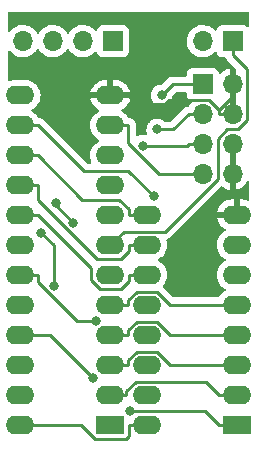
<source format=gbl>
G04 #@! TF.GenerationSoftware,KiCad,Pcbnew,(6.0.5)*
G04 #@! TF.CreationDate,2023-10-24T21:46:41+02:00*
G04 #@! TF.ProjectId,c128-u3-gal,63313238-2d75-4332-9d67-616c2e6b6963,1*
G04 #@! TF.SameCoordinates,Original*
G04 #@! TF.FileFunction,Copper,L2,Bot*
G04 #@! TF.FilePolarity,Positive*
%FSLAX46Y46*%
G04 Gerber Fmt 4.6, Leading zero omitted, Abs format (unit mm)*
G04 Created by KiCad (PCBNEW (6.0.5)) date 2023-10-24 21:46:41*
%MOMM*%
%LPD*%
G01*
G04 APERTURE LIST*
G04 #@! TA.AperFunction,ComponentPad*
%ADD10O,1.700000X1.700000*%
G04 #@! TD*
G04 #@! TA.AperFunction,ComponentPad*
%ADD11R,1.700000X1.700000*%
G04 #@! TD*
G04 #@! TA.AperFunction,ComponentPad*
%ADD12R,2.400000X1.600000*%
G04 #@! TD*
G04 #@! TA.AperFunction,ComponentPad*
%ADD13O,2.400000X1.600000*%
G04 #@! TD*
G04 #@! TA.AperFunction,ViaPad*
%ADD14C,0.800000*%
G04 #@! TD*
G04 #@! TA.AperFunction,Conductor*
%ADD15C,0.250000*%
G04 #@! TD*
G04 APERTURE END LIST*
D10*
X143179800Y-70383400D03*
X145719800Y-70383400D03*
X148259800Y-70383400D03*
D11*
X150799800Y-70383400D03*
D12*
X161290000Y-102870000D03*
D13*
X161290000Y-100330000D03*
X161290000Y-97790000D03*
X161290000Y-95250000D03*
X161290000Y-92710000D03*
X161290000Y-90170000D03*
X161290000Y-87630000D03*
X161290000Y-85090000D03*
X153670000Y-85090000D03*
X153670000Y-87630000D03*
X153670000Y-90170000D03*
X153670000Y-92710000D03*
X153670000Y-95250000D03*
X153670000Y-97790000D03*
X153670000Y-100330000D03*
X153670000Y-102870000D03*
X142951200Y-102920800D03*
X142951200Y-100380800D03*
X142951200Y-97840800D03*
X142951200Y-95300800D03*
X142951200Y-92760800D03*
X142951200Y-90220800D03*
X142951200Y-87680800D03*
X142951200Y-85140800D03*
X142951200Y-82600800D03*
X142951200Y-80060800D03*
X142951200Y-77520800D03*
X142951200Y-74980800D03*
X150571200Y-74980800D03*
X150571200Y-77520800D03*
X150571200Y-80060800D03*
X150571200Y-82600800D03*
X150571200Y-85140800D03*
X150571200Y-87680800D03*
X150571200Y-90220800D03*
X150571200Y-92760800D03*
X150571200Y-95300800D03*
X150571200Y-97840800D03*
X150571200Y-100380800D03*
D12*
X150571200Y-102920800D03*
D10*
X158399400Y-70383400D03*
D11*
X160939400Y-70383400D03*
X158389400Y-74025600D03*
D10*
X160929400Y-74025600D03*
X158389400Y-76565600D03*
X160929400Y-76565600D03*
X158389400Y-79105600D03*
X160929400Y-79105600D03*
X158389400Y-81645600D03*
X160929400Y-81645600D03*
D14*
X145830300Y-91095900D03*
X144739800Y-86589000D03*
X147426900Y-85775500D03*
X145937900Y-84113100D03*
X153344100Y-79220100D03*
X154535900Y-77862100D03*
X154921000Y-74974500D03*
X149114200Y-98935100D03*
X149380000Y-94109100D03*
X154236400Y-83514900D03*
X152207300Y-101676300D03*
D15*
X145830300Y-87679500D02*
X145830300Y-91095900D01*
X144739800Y-86589000D02*
X145830300Y-87679500D01*
X145937900Y-84286500D02*
X145937900Y-84113100D01*
X147426900Y-85775500D02*
X145937900Y-84286500D01*
X152098100Y-79047700D02*
X152098100Y-77520800D01*
X154696000Y-81645600D02*
X152098100Y-79047700D01*
X157212500Y-81645600D02*
X154696000Y-81645600D01*
X158389400Y-81645600D02*
X157212500Y-81645600D01*
X150571200Y-77520800D02*
X152098100Y-77520800D01*
X158389400Y-79105600D02*
X157212500Y-79105600D01*
X157098000Y-79220100D02*
X153344100Y-79220100D01*
X157212500Y-79105600D02*
X157098000Y-79220100D01*
X158389400Y-76565600D02*
X157212500Y-76565600D01*
X155916000Y-77862100D02*
X154535900Y-77862100D01*
X157212500Y-76565600D02*
X155916000Y-77862100D01*
X155869900Y-74025600D02*
X154921000Y-74974500D01*
X158389400Y-74025600D02*
X155869900Y-74025600D01*
X160939400Y-70383400D02*
X160939400Y-71560300D01*
X162146200Y-72767100D02*
X160939400Y-71560300D01*
X162146200Y-77077900D02*
X162146200Y-72767100D01*
X161388500Y-77835600D02*
X162146200Y-77077900D01*
X160469100Y-77835600D02*
X161388500Y-77835600D01*
X159659400Y-78645300D02*
X160469100Y-77835600D01*
X159659400Y-82041500D02*
X159659400Y-78645300D01*
X155197800Y-86503100D02*
X159659400Y-82041500D01*
X151748900Y-86503100D02*
X155197800Y-86503100D01*
X150571200Y-87680800D02*
X151748900Y-86503100D01*
X142951200Y-102920800D02*
X144478100Y-102920800D01*
X153670000Y-102870000D02*
X152143100Y-102870000D01*
X152143100Y-103811200D02*
X152143100Y-102870000D01*
X151906600Y-104047700D02*
X152143100Y-103811200D01*
X149235800Y-104047700D02*
X151906600Y-104047700D01*
X148109000Y-102920900D02*
X149235800Y-104047700D01*
X148109000Y-102920800D02*
X148109000Y-102920900D01*
X144478100Y-102920800D02*
X148109000Y-102920800D01*
X145479900Y-95300800D02*
X149114200Y-98935100D01*
X142951200Y-95300800D02*
X145479900Y-95300800D01*
X147781900Y-94109100D02*
X149380000Y-94109100D01*
X144478100Y-90805300D02*
X147781900Y-94109100D01*
X144478100Y-90220800D02*
X144478100Y-90805300D01*
X142951200Y-90220800D02*
X144478100Y-90220800D01*
X148938500Y-89601200D02*
X144478100Y-85140800D01*
X148938500Y-90589300D02*
X148938500Y-89601200D01*
X149699700Y-91350500D02*
X148938500Y-90589300D01*
X151472800Y-91350500D02*
X149699700Y-91350500D01*
X152143100Y-90680200D02*
X151472800Y-91350500D01*
X152143100Y-90170000D02*
X152143100Y-90680200D01*
X153670000Y-90170000D02*
X152143100Y-90170000D01*
X142951200Y-85140800D02*
X144478100Y-85140800D01*
X142951200Y-82600800D02*
X144478100Y-82600800D01*
X153670000Y-87630000D02*
X152143100Y-87630000D01*
X144478100Y-83857900D02*
X144478100Y-82600800D01*
X149440700Y-88820500D02*
X144478100Y-83857900D01*
X151486600Y-88820500D02*
X149440700Y-88820500D01*
X152143100Y-88164000D02*
X151486600Y-88820500D01*
X152143100Y-87630000D02*
X152143100Y-88164000D01*
X152143100Y-84623000D02*
X152143100Y-85090000D01*
X151318500Y-83798400D02*
X152143100Y-84623000D01*
X148215700Y-83798400D02*
X151318500Y-83798400D01*
X144478100Y-80060800D02*
X148215700Y-83798400D01*
X142951200Y-80060800D02*
X144478100Y-80060800D01*
X153670000Y-85090000D02*
X152143100Y-85090000D01*
X150571200Y-74980800D02*
X152098100Y-74980800D01*
X160929400Y-76565600D02*
X159752500Y-76565600D01*
X160929400Y-74025600D02*
X160929400Y-75202500D01*
X160749800Y-75202500D02*
X160929400Y-75202500D01*
X159752500Y-76199800D02*
X160749800Y-75202500D01*
X159752500Y-76199800D02*
X159752500Y-76565600D01*
X158899000Y-75346300D02*
X159752500Y-76199800D01*
X155577200Y-75346300D02*
X158899000Y-75346300D01*
X155222100Y-75701400D02*
X155577200Y-75346300D01*
X152818700Y-75701400D02*
X155222100Y-75701400D01*
X152098100Y-74980800D02*
X152818700Y-75701400D01*
X152103900Y-81382400D02*
X154236400Y-83514900D01*
X148339700Y-81382400D02*
X152103900Y-81382400D01*
X144478100Y-77520800D02*
X148339700Y-81382400D01*
X142951200Y-77520800D02*
X144478100Y-77520800D01*
X150571200Y-92760800D02*
X152098100Y-92760800D01*
X161290000Y-92710000D02*
X159763100Y-92710000D01*
X152098100Y-92288200D02*
X152098100Y-92760800D01*
X152803200Y-91583100D02*
X152098100Y-92288200D01*
X154536800Y-91583100D02*
X152803200Y-91583100D01*
X155663600Y-92709900D02*
X154536800Y-91583100D01*
X155663600Y-92710000D02*
X155663600Y-92709900D01*
X159763100Y-92710000D02*
X155663600Y-92710000D01*
X150571200Y-95300800D02*
X152098100Y-95300800D01*
X161290000Y-95250000D02*
X159763100Y-95250000D01*
X152098100Y-94828200D02*
X152098100Y-95300800D01*
X152803200Y-94123100D02*
X152098100Y-94828200D01*
X154536800Y-94123100D02*
X152803200Y-94123100D01*
X155663600Y-95249900D02*
X154536800Y-94123100D01*
X155663600Y-95250000D02*
X155663600Y-95249900D01*
X159763100Y-95250000D02*
X155663600Y-95250000D01*
X150571200Y-97840800D02*
X152098100Y-97840800D01*
X161290000Y-97790000D02*
X159763100Y-97790000D01*
X152098100Y-97368200D02*
X152098100Y-97840800D01*
X152803200Y-96663100D02*
X152098100Y-97368200D01*
X154536800Y-96663100D02*
X152803200Y-96663100D01*
X155663600Y-97789900D02*
X154536800Y-96663100D01*
X155663600Y-97790000D02*
X155663600Y-97789900D01*
X159763100Y-97790000D02*
X155663600Y-97790000D01*
X161290000Y-100330000D02*
X159763100Y-100330000D01*
X150571200Y-100380800D02*
X151910900Y-100380800D01*
X151910900Y-100026700D02*
X151910900Y-100380800D01*
X152734500Y-99203100D02*
X151910900Y-100026700D01*
X158636200Y-99203100D02*
X152734500Y-99203100D01*
X159763100Y-100330000D02*
X158636200Y-99203100D01*
X158569400Y-101676300D02*
X152207300Y-101676300D01*
X159763100Y-102870000D02*
X158569400Y-101676300D01*
X161290000Y-102870000D02*
X159763100Y-102870000D01*
G04 #@! TA.AperFunction,Conductor*
G36*
X161125521Y-78489102D02*
G01*
X161172014Y-78542758D01*
X161183400Y-78595100D01*
X161183400Y-82964117D01*
X161187464Y-82977959D01*
X161200878Y-82979993D01*
X161207584Y-82979134D01*
X161217662Y-82976992D01*
X161421655Y-82915791D01*
X161431242Y-82912033D01*
X161622495Y-82818339D01*
X161631345Y-82813064D01*
X161804728Y-82689392D01*
X161812600Y-82682739D01*
X161963452Y-82532412D01*
X161970130Y-82524565D01*
X162094403Y-82351620D01*
X162099713Y-82342783D01*
X162117343Y-82307112D01*
X162165457Y-82254905D01*
X162234158Y-82236998D01*
X162301634Y-82259077D01*
X162346463Y-82314131D01*
X162356300Y-82362939D01*
X162356300Y-83759702D01*
X162336298Y-83827823D01*
X162282642Y-83874316D01*
X162212368Y-83884420D01*
X162177050Y-83873897D01*
X162144053Y-83858510D01*
X162133761Y-83854764D01*
X161923312Y-83798375D01*
X161912519Y-83796472D01*
X161749830Y-83782238D01*
X161744365Y-83782000D01*
X161562115Y-83782000D01*
X161546876Y-83786475D01*
X161545671Y-83787865D01*
X161544000Y-83795548D01*
X161544000Y-85218000D01*
X161523998Y-85286121D01*
X161470342Y-85332614D01*
X161418000Y-85344000D01*
X159622033Y-85344000D01*
X159608502Y-85347973D01*
X159607273Y-85356522D01*
X159654764Y-85533761D01*
X159658510Y-85544053D01*
X159750586Y-85741511D01*
X159756069Y-85751007D01*
X159881028Y-85929467D01*
X159888084Y-85937875D01*
X160042125Y-86091916D01*
X160050533Y-86098972D01*
X160228993Y-86223931D01*
X160238489Y-86229414D01*
X160273049Y-86245529D01*
X160326334Y-86292446D01*
X160345795Y-86360723D01*
X160325253Y-86428683D01*
X160273049Y-86473919D01*
X160238238Y-86490151D01*
X160238233Y-86490154D01*
X160233251Y-86492477D01*
X160186811Y-86524995D01*
X160050211Y-86620643D01*
X160050208Y-86620645D01*
X160045700Y-86623802D01*
X159883802Y-86785700D01*
X159752477Y-86973251D01*
X159750154Y-86978233D01*
X159750151Y-86978238D01*
X159692924Y-87100964D01*
X159655716Y-87180757D01*
X159654294Y-87186065D01*
X159654293Y-87186067D01*
X159637231Y-87249743D01*
X159596457Y-87401913D01*
X159576502Y-87630000D01*
X159596457Y-87858087D01*
X159597881Y-87863400D01*
X159597881Y-87863402D01*
X159609028Y-87905001D01*
X159655716Y-88079243D01*
X159658039Y-88084224D01*
X159658039Y-88084225D01*
X159750151Y-88281762D01*
X159750154Y-88281767D01*
X159752477Y-88286749D01*
X159883802Y-88474300D01*
X160045700Y-88636198D01*
X160050208Y-88639355D01*
X160050211Y-88639357D01*
X160112684Y-88683101D01*
X160233251Y-88767523D01*
X160238233Y-88769846D01*
X160238238Y-88769849D01*
X160272457Y-88785805D01*
X160325742Y-88832722D01*
X160345203Y-88900999D01*
X160324661Y-88968959D01*
X160272457Y-89014195D01*
X160238238Y-89030151D01*
X160238233Y-89030154D01*
X160233251Y-89032477D01*
X160223700Y-89039165D01*
X160050211Y-89160643D01*
X160050208Y-89160645D01*
X160045700Y-89163802D01*
X159883802Y-89325700D01*
X159752477Y-89513251D01*
X159750154Y-89518233D01*
X159750151Y-89518238D01*
X159671495Y-89686919D01*
X159655716Y-89720757D01*
X159654294Y-89726065D01*
X159654293Y-89726067D01*
X159599137Y-89931912D01*
X159596457Y-89941913D01*
X159576502Y-90170000D01*
X159596457Y-90398087D01*
X159597881Y-90403400D01*
X159597881Y-90403402D01*
X159649833Y-90597286D01*
X159655716Y-90619243D01*
X159658039Y-90624224D01*
X159658039Y-90624225D01*
X159750151Y-90821762D01*
X159750154Y-90821767D01*
X159752477Y-90826749D01*
X159883802Y-91014300D01*
X160045700Y-91176198D01*
X160050208Y-91179355D01*
X160050211Y-91179357D01*
X160128389Y-91234098D01*
X160233251Y-91307523D01*
X160238233Y-91309846D01*
X160238238Y-91309849D01*
X160272457Y-91325805D01*
X160325742Y-91372722D01*
X160345203Y-91440999D01*
X160324661Y-91508959D01*
X160272457Y-91554195D01*
X160238238Y-91570151D01*
X160238233Y-91570154D01*
X160233251Y-91572477D01*
X160151150Y-91629965D01*
X160050211Y-91700643D01*
X160050208Y-91700645D01*
X160045700Y-91703802D01*
X159883802Y-91865700D01*
X159880645Y-91870208D01*
X159880643Y-91870211D01*
X159773819Y-92022771D01*
X159718362Y-92067099D01*
X159670606Y-92076500D01*
X155978295Y-92076500D01*
X155910174Y-92056498D01*
X155889199Y-92039595D01*
X155479570Y-91629965D01*
X155059146Y-91209541D01*
X155025121Y-91147229D01*
X155030186Y-91076413D01*
X155059147Y-91031351D01*
X155076198Y-91014300D01*
X155207523Y-90826749D01*
X155209846Y-90821767D01*
X155209849Y-90821762D01*
X155301961Y-90624225D01*
X155301961Y-90624224D01*
X155304284Y-90619243D01*
X155310168Y-90597286D01*
X155362119Y-90403402D01*
X155362119Y-90403400D01*
X155363543Y-90398087D01*
X155383498Y-90170000D01*
X155363543Y-89941913D01*
X155360863Y-89931912D01*
X155305707Y-89726067D01*
X155305706Y-89726065D01*
X155304284Y-89720757D01*
X155288505Y-89686919D01*
X155209849Y-89518238D01*
X155209846Y-89518233D01*
X155207523Y-89513251D01*
X155076198Y-89325700D01*
X154914300Y-89163802D01*
X154909792Y-89160645D01*
X154909789Y-89160643D01*
X154736300Y-89039165D01*
X154726749Y-89032477D01*
X154721767Y-89030154D01*
X154721762Y-89030151D01*
X154687543Y-89014195D01*
X154634258Y-88967278D01*
X154614797Y-88899001D01*
X154635339Y-88831041D01*
X154687543Y-88785805D01*
X154721762Y-88769849D01*
X154721767Y-88769846D01*
X154726749Y-88767523D01*
X154847316Y-88683101D01*
X154909789Y-88639357D01*
X154909792Y-88639355D01*
X154914300Y-88636198D01*
X155076198Y-88474300D01*
X155207523Y-88286749D01*
X155209846Y-88281767D01*
X155209849Y-88281762D01*
X155301961Y-88084225D01*
X155301961Y-88084224D01*
X155304284Y-88079243D01*
X155350973Y-87905001D01*
X155362119Y-87863402D01*
X155362119Y-87863400D01*
X155363543Y-87858087D01*
X155383498Y-87630000D01*
X155363543Y-87401913D01*
X155324063Y-87254572D01*
X155325753Y-87183596D01*
X155365547Y-87124800D01*
X155410618Y-87100964D01*
X155415079Y-87099668D01*
X155451393Y-87089118D01*
X155458212Y-87085085D01*
X155458217Y-87085083D01*
X155468828Y-87078807D01*
X155486576Y-87070112D01*
X155505417Y-87062652D01*
X155541187Y-87036664D01*
X155551107Y-87030148D01*
X155582335Y-87011680D01*
X155582338Y-87011678D01*
X155589162Y-87007642D01*
X155603483Y-86993321D01*
X155618517Y-86980480D01*
X155621603Y-86978238D01*
X155634907Y-86968572D01*
X155663098Y-86934495D01*
X155671088Y-86925716D01*
X157778301Y-84818503D01*
X159608606Y-84818503D01*
X159608942Y-84832599D01*
X159616884Y-84836000D01*
X161017885Y-84836000D01*
X161033124Y-84831525D01*
X161034329Y-84830135D01*
X161036000Y-84822452D01*
X161036000Y-83800115D01*
X161031525Y-83784876D01*
X161030135Y-83783671D01*
X161022452Y-83782000D01*
X160835635Y-83782000D01*
X160830170Y-83782238D01*
X160667481Y-83796472D01*
X160656688Y-83798375D01*
X160446239Y-83854764D01*
X160435947Y-83858510D01*
X160238489Y-83950586D01*
X160228993Y-83956069D01*
X160050533Y-84081028D01*
X160042125Y-84088084D01*
X159888084Y-84242125D01*
X159881028Y-84250533D01*
X159756069Y-84428993D01*
X159750586Y-84438489D01*
X159658510Y-84635947D01*
X159654764Y-84646239D01*
X159608606Y-84818503D01*
X157778301Y-84818503D01*
X159895675Y-82701129D01*
X159957987Y-82667103D01*
X160028802Y-82672168D01*
X160065254Y-82693279D01*
X160143835Y-82758517D01*
X160152281Y-82764431D01*
X160336156Y-82871879D01*
X160345442Y-82876329D01*
X160544401Y-82952303D01*
X160554299Y-82955179D01*
X160657650Y-82976206D01*
X160671699Y-82975010D01*
X160675400Y-82964665D01*
X160675400Y-78595100D01*
X160695402Y-78526979D01*
X160749058Y-78480486D01*
X160801400Y-78469100D01*
X161057400Y-78469100D01*
X161125521Y-78489102D01*
G37*
G04 #@! TD.AperFunction*
G04 #@! TA.AperFunction,Conductor*
G36*
X162298421Y-67914702D02*
G01*
X162344914Y-67968358D01*
X162356300Y-68020700D01*
X162356300Y-69071387D01*
X162336298Y-69139508D01*
X162282642Y-69186001D01*
X162212368Y-69196105D01*
X162153388Y-69169169D01*
X162152661Y-69170139D01*
X162148212Y-69166805D01*
X162036105Y-69082785D01*
X161899716Y-69031655D01*
X161837534Y-69024900D01*
X160041266Y-69024900D01*
X159979084Y-69031655D01*
X159842695Y-69082785D01*
X159726139Y-69170139D01*
X159638785Y-69286695D01*
X159635633Y-69295103D01*
X159594319Y-69405307D01*
X159551677Y-69462071D01*
X159485116Y-69486771D01*
X159415767Y-69471563D01*
X159383143Y-69445876D01*
X159332551Y-69390275D01*
X159332542Y-69390266D01*
X159329070Y-69386451D01*
X159325019Y-69383252D01*
X159325015Y-69383248D01*
X159157814Y-69251200D01*
X159157810Y-69251198D01*
X159153759Y-69247998D01*
X158958189Y-69140038D01*
X158953320Y-69138314D01*
X158953316Y-69138312D01*
X158752487Y-69067195D01*
X158752483Y-69067194D01*
X158747612Y-69065469D01*
X158742519Y-69064562D01*
X158742516Y-69064561D01*
X158532773Y-69027200D01*
X158532767Y-69027199D01*
X158527684Y-69026294D01*
X158453852Y-69025392D01*
X158309481Y-69023628D01*
X158309479Y-69023628D01*
X158304311Y-69023565D01*
X158083491Y-69057355D01*
X157871156Y-69126757D01*
X157840843Y-69142537D01*
X157757350Y-69186001D01*
X157673007Y-69229907D01*
X157668874Y-69233010D01*
X157668871Y-69233012D01*
X157498500Y-69360930D01*
X157494365Y-69364035D01*
X157454925Y-69405307D01*
X157400680Y-69462071D01*
X157340029Y-69525538D01*
X157214143Y-69710080D01*
X157120088Y-69912705D01*
X157060389Y-70127970D01*
X157036651Y-70350095D01*
X157049510Y-70573115D01*
X157050647Y-70578161D01*
X157050648Y-70578167D01*
X157074704Y-70684908D01*
X157098622Y-70791039D01*
X157182666Y-70998016D01*
X157220085Y-71059078D01*
X157296691Y-71184088D01*
X157299387Y-71188488D01*
X157445650Y-71357338D01*
X157617526Y-71500032D01*
X157810400Y-71612738D01*
X158019092Y-71692430D01*
X158024160Y-71693461D01*
X158024163Y-71693462D01*
X158081042Y-71705034D01*
X158237997Y-71736967D01*
X158243172Y-71737157D01*
X158243174Y-71737157D01*
X158456073Y-71744964D01*
X158456077Y-71744964D01*
X158461237Y-71745153D01*
X158466357Y-71744497D01*
X158466359Y-71744497D01*
X158677688Y-71717425D01*
X158677689Y-71717425D01*
X158682816Y-71716768D01*
X158687766Y-71715283D01*
X158891829Y-71654061D01*
X158891834Y-71654059D01*
X158896784Y-71652574D01*
X159097394Y-71554296D01*
X159279260Y-71424573D01*
X159387491Y-71316719D01*
X159449862Y-71282804D01*
X159520668Y-71287992D01*
X159577430Y-71330638D01*
X159594412Y-71361741D01*
X159638785Y-71480105D01*
X159726139Y-71596661D01*
X159842695Y-71684015D01*
X159979084Y-71735145D01*
X160041266Y-71741900D01*
X160240544Y-71741900D01*
X160308665Y-71761902D01*
X160353002Y-71814116D01*
X160353381Y-71813892D01*
X160353382Y-71813893D01*
X160357419Y-71820719D01*
X160363693Y-71831328D01*
X160372388Y-71849076D01*
X160379848Y-71867917D01*
X160384510Y-71874333D01*
X160384510Y-71874334D01*
X160405836Y-71903687D01*
X160412352Y-71913607D01*
X160434858Y-71951662D01*
X160449179Y-71965983D01*
X160462019Y-71981016D01*
X160473928Y-71997407D01*
X160480032Y-72002457D01*
X160480037Y-72002462D01*
X160507998Y-72025593D01*
X160516779Y-72033583D01*
X161146496Y-72663301D01*
X161180521Y-72725613D01*
X161183400Y-72752396D01*
X161183400Y-77076100D01*
X161163398Y-77144221D01*
X161109742Y-77190714D01*
X161057400Y-77202100D01*
X160801400Y-77202100D01*
X160733279Y-77182098D01*
X160686786Y-77128442D01*
X160675400Y-77076100D01*
X160675400Y-72708702D01*
X160671482Y-72695358D01*
X160657206Y-72693371D01*
X160618724Y-72699260D01*
X160608688Y-72701651D01*
X160406268Y-72767812D01*
X160396759Y-72771809D01*
X160207863Y-72870142D01*
X160199138Y-72875636D01*
X160028833Y-73003505D01*
X160021126Y-73010348D01*
X159943878Y-73091184D01*
X159882354Y-73126614D01*
X159811442Y-73123157D01*
X159753655Y-73081911D01*
X159734802Y-73048363D01*
X159693167Y-72937303D01*
X159690015Y-72928895D01*
X159602661Y-72812339D01*
X159486105Y-72724985D01*
X159349716Y-72673855D01*
X159287534Y-72667100D01*
X157491266Y-72667100D01*
X157429084Y-72673855D01*
X157292695Y-72724985D01*
X157176139Y-72812339D01*
X157088785Y-72928895D01*
X157037655Y-73065284D01*
X157030900Y-73127466D01*
X157030900Y-73266100D01*
X157010898Y-73334221D01*
X156957242Y-73380714D01*
X156904900Y-73392100D01*
X155948667Y-73392100D01*
X155937484Y-73391573D01*
X155929991Y-73389898D01*
X155922065Y-73390147D01*
X155922064Y-73390147D01*
X155861914Y-73392038D01*
X155857955Y-73392100D01*
X155830044Y-73392100D01*
X155826110Y-73392597D01*
X155826109Y-73392597D01*
X155826044Y-73392605D01*
X155814207Y-73393538D01*
X155782390Y-73394538D01*
X155777929Y-73394678D01*
X155770010Y-73394927D01*
X155752354Y-73400056D01*
X155750558Y-73400578D01*
X155731206Y-73404586D01*
X155724135Y-73405480D01*
X155711103Y-73407126D01*
X155703734Y-73410043D01*
X155703732Y-73410044D01*
X155669997Y-73423400D01*
X155658769Y-73427245D01*
X155616307Y-73439582D01*
X155609485Y-73443616D01*
X155609479Y-73443619D01*
X155598868Y-73449894D01*
X155581118Y-73458590D01*
X155569656Y-73463128D01*
X155569651Y-73463131D01*
X155562283Y-73466048D01*
X155555868Y-73470709D01*
X155526525Y-73492027D01*
X155516607Y-73498543D01*
X155497919Y-73509595D01*
X155478537Y-73521058D01*
X155464213Y-73535382D01*
X155449181Y-73548221D01*
X155432793Y-73560128D01*
X155404612Y-73594193D01*
X155396622Y-73602973D01*
X154970500Y-74029095D01*
X154908188Y-74063121D01*
X154881405Y-74066000D01*
X154825513Y-74066000D01*
X154819061Y-74067372D01*
X154819056Y-74067372D01*
X154732112Y-74085853D01*
X154638712Y-74105706D01*
X154632682Y-74108391D01*
X154632681Y-74108391D01*
X154470278Y-74180697D01*
X154470276Y-74180698D01*
X154464248Y-74183382D01*
X154309747Y-74295634D01*
X154181960Y-74437556D01*
X154086473Y-74602944D01*
X154027458Y-74784572D01*
X154007496Y-74974500D01*
X154008186Y-74981065D01*
X154024735Y-75138516D01*
X154027458Y-75164428D01*
X154086473Y-75346056D01*
X154089776Y-75351778D01*
X154089777Y-75351779D01*
X154104538Y-75377345D01*
X154181960Y-75511444D01*
X154309747Y-75653366D01*
X154464248Y-75765618D01*
X154470276Y-75768302D01*
X154470278Y-75768303D01*
X154586992Y-75820267D01*
X154638712Y-75843294D01*
X154731934Y-75863109D01*
X154819056Y-75881628D01*
X154819061Y-75881628D01*
X154825513Y-75883000D01*
X155016487Y-75883000D01*
X155022939Y-75881628D01*
X155022944Y-75881628D01*
X155110066Y-75863109D01*
X155203288Y-75843294D01*
X155255008Y-75820267D01*
X155371722Y-75768303D01*
X155371724Y-75768302D01*
X155377752Y-75765618D01*
X155532253Y-75653366D01*
X155660040Y-75511444D01*
X155737462Y-75377345D01*
X155752223Y-75351779D01*
X155752224Y-75351778D01*
X155755527Y-75346056D01*
X155814542Y-75164428D01*
X155817266Y-75138516D01*
X155831907Y-74999207D01*
X155858920Y-74933550D01*
X155868122Y-74923282D01*
X156095399Y-74696005D01*
X156157711Y-74661979D01*
X156184494Y-74659100D01*
X156904900Y-74659100D01*
X156973021Y-74679102D01*
X157019514Y-74732758D01*
X157030900Y-74785100D01*
X157030900Y-74923734D01*
X157037655Y-74985916D01*
X157088785Y-75122305D01*
X157176139Y-75238861D01*
X157292695Y-75326215D01*
X157301104Y-75329367D01*
X157301105Y-75329368D01*
X157409851Y-75370135D01*
X157466616Y-75412776D01*
X157491316Y-75479338D01*
X157476109Y-75548687D01*
X157456716Y-75575168D01*
X157330029Y-75707738D01*
X157327115Y-75712010D01*
X157327114Y-75712011D01*
X157212499Y-75880030D01*
X157157588Y-75925033D01*
X157128123Y-75933475D01*
X157120536Y-75934677D01*
X157112611Y-75934926D01*
X157104996Y-75937139D01*
X157104993Y-75937139D01*
X157093159Y-75940577D01*
X157073796Y-75944588D01*
X157053703Y-75947126D01*
X157046336Y-75950043D01*
X157046331Y-75950044D01*
X157012592Y-75963402D01*
X157001365Y-75967246D01*
X156958907Y-75979582D01*
X156952081Y-75983619D01*
X156941472Y-75989893D01*
X156923724Y-75998588D01*
X156904883Y-76006048D01*
X156898467Y-76010710D01*
X156898466Y-76010710D01*
X156869113Y-76032036D01*
X156859193Y-76038552D01*
X156827965Y-76057020D01*
X156827962Y-76057022D01*
X156821138Y-76061058D01*
X156806817Y-76075379D01*
X156791784Y-76088219D01*
X156775393Y-76100128D01*
X156758417Y-76120649D01*
X156747202Y-76134205D01*
X156739212Y-76142984D01*
X155690500Y-77191695D01*
X155628188Y-77225721D01*
X155601405Y-77228600D01*
X155244100Y-77228600D01*
X155175979Y-77208598D01*
X155156753Y-77192257D01*
X155156480Y-77192560D01*
X155151568Y-77188137D01*
X155147153Y-77183234D01*
X155116827Y-77161201D01*
X154997994Y-77074863D01*
X154997993Y-77074862D01*
X154992652Y-77070982D01*
X154986624Y-77068298D01*
X154986622Y-77068297D01*
X154824219Y-76995991D01*
X154824218Y-76995991D01*
X154818188Y-76993306D01*
X154714122Y-76971186D01*
X154637844Y-76954972D01*
X154637839Y-76954972D01*
X154631387Y-76953600D01*
X154440413Y-76953600D01*
X154433961Y-76954972D01*
X154433956Y-76954972D01*
X154357678Y-76971186D01*
X154253612Y-76993306D01*
X154247582Y-76995991D01*
X154247581Y-76995991D01*
X154085178Y-77068297D01*
X154085176Y-77068298D01*
X154079148Y-77070982D01*
X154073807Y-77074862D01*
X154073806Y-77074863D01*
X154071048Y-77076867D01*
X153924647Y-77183234D01*
X153920226Y-77188144D01*
X153920225Y-77188145D01*
X153821138Y-77298193D01*
X153796860Y-77325156D01*
X153757389Y-77393522D01*
X153706916Y-77480944D01*
X153701373Y-77490544D01*
X153642358Y-77672172D01*
X153641668Y-77678733D01*
X153641668Y-77678735D01*
X153635806Y-77734509D01*
X153622396Y-77862100D01*
X153623086Y-77868665D01*
X153631618Y-77949838D01*
X153642358Y-78052028D01*
X153647513Y-78067894D01*
X153680559Y-78169598D01*
X153682587Y-78240565D01*
X153645924Y-78301363D01*
X153582212Y-78332689D01*
X153534529Y-78331780D01*
X153446053Y-78312973D01*
X153446040Y-78312972D01*
X153439587Y-78311600D01*
X153248613Y-78311600D01*
X153242161Y-78312972D01*
X153242156Y-78312972D01*
X153188116Y-78324459D01*
X153061812Y-78351306D01*
X153055785Y-78353989D01*
X153055777Y-78353992D01*
X152908848Y-78419409D01*
X152838482Y-78428843D01*
X152774185Y-78398736D01*
X152736371Y-78338647D01*
X152731600Y-78304302D01*
X152731600Y-77592593D01*
X152733832Y-77568984D01*
X152733890Y-77568681D01*
X152733890Y-77568677D01*
X152735375Y-77560894D01*
X152731849Y-77504849D01*
X152731600Y-77496938D01*
X152731600Y-77480944D01*
X152729594Y-77465070D01*
X152728851Y-77457202D01*
X152725823Y-77409063D01*
X152725823Y-77409062D01*
X152725325Y-77401150D01*
X152722779Y-77393313D01*
X152717606Y-77370169D01*
X152717568Y-77369865D01*
X152717567Y-77369860D01*
X152716574Y-77362003D01*
X152713658Y-77354638D01*
X152713657Y-77354634D01*
X152695901Y-77309789D01*
X152693229Y-77302370D01*
X152675864Y-77248925D01*
X152671614Y-77242228D01*
X152671450Y-77241969D01*
X152660685Y-77220842D01*
X152660571Y-77220554D01*
X152660568Y-77220549D01*
X152657652Y-77213183D01*
X152652996Y-77206775D01*
X152652993Y-77206769D01*
X152624642Y-77167748D01*
X152620192Y-77161201D01*
X152590100Y-77113782D01*
X152584093Y-77108141D01*
X152568412Y-77090354D01*
X152568234Y-77090109D01*
X152568232Y-77090107D01*
X152563572Y-77083693D01*
X152552899Y-77074863D01*
X152520304Y-77047897D01*
X152514370Y-77042666D01*
X152479202Y-77009642D01*
X152479199Y-77009640D01*
X152473421Y-77004214D01*
X152466197Y-77000242D01*
X152446594Y-76986919D01*
X152446354Y-76986720D01*
X152446347Y-76986716D01*
X152440244Y-76981667D01*
X152389424Y-76957753D01*
X152382392Y-76954171D01*
X152333160Y-76927105D01*
X152325485Y-76925135D01*
X152325479Y-76925132D01*
X152325181Y-76925056D01*
X152302872Y-76917024D01*
X152302597Y-76916894D01*
X152302589Y-76916891D01*
X152295418Y-76913517D01*
X152240251Y-76902994D01*
X152232542Y-76901271D01*
X152178130Y-76887300D01*
X152174327Y-76887300D01*
X152110931Y-76859648D01*
X152088590Y-76835298D01*
X151980557Y-76681011D01*
X151980555Y-76681008D01*
X151977398Y-76676500D01*
X151815500Y-76514602D01*
X151810992Y-76511445D01*
X151810989Y-76511443D01*
X151637500Y-76389965D01*
X151627949Y-76383277D01*
X151622967Y-76380954D01*
X151622962Y-76380951D01*
X151588151Y-76364719D01*
X151534866Y-76317802D01*
X151515405Y-76249525D01*
X151535947Y-76181565D01*
X151588151Y-76136329D01*
X151622711Y-76120214D01*
X151632207Y-76114731D01*
X151810667Y-75989772D01*
X151819075Y-75982716D01*
X151973116Y-75828675D01*
X151980172Y-75820267D01*
X152105131Y-75641807D01*
X152110614Y-75632311D01*
X152202690Y-75434853D01*
X152206436Y-75424561D01*
X152252594Y-75252297D01*
X152252258Y-75238201D01*
X152244316Y-75234800D01*
X148903233Y-75234800D01*
X148889702Y-75238773D01*
X148888473Y-75247322D01*
X148935964Y-75424561D01*
X148939710Y-75434853D01*
X149031786Y-75632311D01*
X149037269Y-75641807D01*
X149162228Y-75820267D01*
X149169284Y-75828675D01*
X149323325Y-75982716D01*
X149331733Y-75989772D01*
X149510193Y-76114731D01*
X149519689Y-76120214D01*
X149554249Y-76136329D01*
X149607534Y-76183246D01*
X149626995Y-76251523D01*
X149606453Y-76319483D01*
X149554249Y-76364719D01*
X149519438Y-76380951D01*
X149519433Y-76380954D01*
X149514451Y-76383277D01*
X149504900Y-76389965D01*
X149331411Y-76511443D01*
X149331408Y-76511445D01*
X149326900Y-76514602D01*
X149165002Y-76676500D01*
X149033677Y-76864051D01*
X149031354Y-76869033D01*
X149031351Y-76869038D01*
X148950609Y-77042192D01*
X148936916Y-77071557D01*
X148935494Y-77076865D01*
X148935493Y-77076867D01*
X148884365Y-77267677D01*
X148877657Y-77292713D01*
X148857702Y-77520800D01*
X148877657Y-77748887D01*
X148879081Y-77754200D01*
X148879081Y-77754202D01*
X148909752Y-77868665D01*
X148936916Y-77970043D01*
X148939239Y-77975024D01*
X148939239Y-77975025D01*
X149031351Y-78172562D01*
X149031354Y-78172567D01*
X149033677Y-78177549D01*
X149080207Y-78244001D01*
X149154383Y-78349934D01*
X149165002Y-78365100D01*
X149326900Y-78526998D01*
X149331408Y-78530155D01*
X149331411Y-78530157D01*
X149349940Y-78543131D01*
X149514451Y-78658323D01*
X149519433Y-78660646D01*
X149519438Y-78660649D01*
X149553657Y-78676605D01*
X149606942Y-78723522D01*
X149626403Y-78791799D01*
X149605861Y-78859759D01*
X149553657Y-78904995D01*
X149519438Y-78920951D01*
X149519433Y-78920954D01*
X149514451Y-78923277D01*
X149504900Y-78929965D01*
X149331411Y-79051443D01*
X149331408Y-79051445D01*
X149326900Y-79054602D01*
X149165002Y-79216500D01*
X149033677Y-79404051D01*
X149031354Y-79409033D01*
X149031351Y-79409038D01*
X148950609Y-79582192D01*
X148936916Y-79611557D01*
X148877657Y-79832713D01*
X148857702Y-80060800D01*
X148877657Y-80288887D01*
X148879081Y-80294200D01*
X148879081Y-80294202D01*
X148908030Y-80402238D01*
X148936916Y-80510043D01*
X148939239Y-80515024D01*
X148939239Y-80515025D01*
X148964711Y-80569650D01*
X148975372Y-80639842D01*
X148946392Y-80704655D01*
X148886972Y-80743511D01*
X148850516Y-80748900D01*
X148654294Y-80748900D01*
X148586173Y-80728898D01*
X148565199Y-80711995D01*
X146783170Y-78929965D01*
X144981752Y-77128547D01*
X144974212Y-77120261D01*
X144970100Y-77113782D01*
X144920448Y-77067156D01*
X144917607Y-77064402D01*
X144897870Y-77044665D01*
X144894673Y-77042185D01*
X144885651Y-77034480D01*
X144859200Y-77009641D01*
X144853421Y-77004214D01*
X144846475Y-77000395D01*
X144846472Y-77000393D01*
X144835666Y-76994452D01*
X144819147Y-76983601D01*
X144818683Y-76983241D01*
X144803141Y-76971186D01*
X144795872Y-76968041D01*
X144795868Y-76968038D01*
X144762563Y-76953626D01*
X144751913Y-76948409D01*
X144713160Y-76927105D01*
X144693537Y-76922067D01*
X144674834Y-76915663D01*
X144663520Y-76910767D01*
X144663519Y-76910767D01*
X144656245Y-76907619D01*
X144648422Y-76906380D01*
X144648412Y-76906377D01*
X144612576Y-76900701D01*
X144600956Y-76898295D01*
X144565811Y-76889272D01*
X144565810Y-76889272D01*
X144558130Y-76887300D01*
X144554329Y-76887300D01*
X144490935Y-76859652D01*
X144468590Y-76835298D01*
X144360557Y-76681011D01*
X144360555Y-76681008D01*
X144357398Y-76676500D01*
X144195500Y-76514602D01*
X144190992Y-76511445D01*
X144190989Y-76511443D01*
X144017500Y-76389965D01*
X144007949Y-76383277D01*
X144002967Y-76380954D01*
X144002962Y-76380951D01*
X143968743Y-76364995D01*
X143915458Y-76318078D01*
X143895997Y-76249801D01*
X143916539Y-76181841D01*
X143968743Y-76136605D01*
X144002962Y-76120649D01*
X144002967Y-76120646D01*
X144007949Y-76118323D01*
X144112811Y-76044898D01*
X144190989Y-75990157D01*
X144190992Y-75990155D01*
X144195500Y-75986998D01*
X144357398Y-75825100D01*
X144488723Y-75637549D01*
X144491046Y-75632567D01*
X144491049Y-75632562D01*
X144583161Y-75435025D01*
X144583161Y-75435024D01*
X144585484Y-75430043D01*
X144589345Y-75415636D01*
X144643319Y-75214202D01*
X144643319Y-75214200D01*
X144644743Y-75208887D01*
X144664698Y-74980800D01*
X144644743Y-74752713D01*
X144634444Y-74714278D01*
X144633111Y-74709303D01*
X148889806Y-74709303D01*
X148890142Y-74723399D01*
X148898084Y-74726800D01*
X150299085Y-74726800D01*
X150314324Y-74722325D01*
X150315529Y-74720935D01*
X150317200Y-74713252D01*
X150317200Y-74708685D01*
X150825200Y-74708685D01*
X150829675Y-74723924D01*
X150831065Y-74725129D01*
X150838748Y-74726800D01*
X152239167Y-74726800D01*
X152252698Y-74722827D01*
X152253927Y-74714278D01*
X152206436Y-74537039D01*
X152202690Y-74526747D01*
X152110614Y-74329289D01*
X152105131Y-74319793D01*
X151980172Y-74141333D01*
X151973116Y-74132925D01*
X151819075Y-73978884D01*
X151810667Y-73971828D01*
X151632207Y-73846869D01*
X151622711Y-73841386D01*
X151425253Y-73749310D01*
X151414961Y-73745564D01*
X151204512Y-73689175D01*
X151193719Y-73687272D01*
X151031030Y-73673038D01*
X151025565Y-73672800D01*
X150843315Y-73672800D01*
X150828076Y-73677275D01*
X150826871Y-73678665D01*
X150825200Y-73686348D01*
X150825200Y-74708685D01*
X150317200Y-74708685D01*
X150317200Y-73690915D01*
X150312725Y-73675676D01*
X150311335Y-73674471D01*
X150303652Y-73672800D01*
X150116835Y-73672800D01*
X150111370Y-73673038D01*
X149948681Y-73687272D01*
X149937888Y-73689175D01*
X149727439Y-73745564D01*
X149717147Y-73749310D01*
X149519689Y-73841386D01*
X149510193Y-73846869D01*
X149331733Y-73971828D01*
X149323325Y-73978884D01*
X149169284Y-74132925D01*
X149162228Y-74141333D01*
X149037269Y-74319793D01*
X149031786Y-74329289D01*
X148939710Y-74526747D01*
X148935964Y-74537039D01*
X148889806Y-74709303D01*
X144633111Y-74709303D01*
X144586907Y-74536867D01*
X144586906Y-74536865D01*
X144585484Y-74531557D01*
X144583161Y-74526575D01*
X144491049Y-74329038D01*
X144491046Y-74329033D01*
X144488723Y-74324051D01*
X144357398Y-74136500D01*
X144195500Y-73974602D01*
X144190992Y-73971445D01*
X144190989Y-73971443D01*
X144017500Y-73849965D01*
X144007949Y-73843277D01*
X144002967Y-73840954D01*
X144002962Y-73840951D01*
X143805425Y-73748839D01*
X143805424Y-73748839D01*
X143800443Y-73746516D01*
X143795135Y-73745094D01*
X143795133Y-73745093D01*
X143584602Y-73688681D01*
X143584600Y-73688681D01*
X143579287Y-73687257D01*
X143479720Y-73678546D01*
X143411051Y-73672538D01*
X143411044Y-73672538D01*
X143408327Y-73672300D01*
X142494073Y-73672300D01*
X142491356Y-73672538D01*
X142491349Y-73672538D01*
X142422680Y-73678546D01*
X142323113Y-73687257D01*
X142317800Y-73688681D01*
X142317798Y-73688681D01*
X142107267Y-73745093D01*
X142107265Y-73745094D01*
X142101957Y-73746516D01*
X142096975Y-73748839D01*
X142096970Y-73748841D01*
X142064151Y-73764145D01*
X141993959Y-73774807D01*
X141929146Y-73745828D01*
X141890290Y-73686408D01*
X141884900Y-73649951D01*
X141884900Y-71301405D01*
X141904902Y-71233284D01*
X141958558Y-71186791D01*
X142028832Y-71176687D01*
X142093412Y-71206181D01*
X142106137Y-71218908D01*
X142207445Y-71335860D01*
X142226050Y-71357338D01*
X142397926Y-71500032D01*
X142590800Y-71612738D01*
X142799492Y-71692430D01*
X142804560Y-71693461D01*
X142804563Y-71693462D01*
X142861442Y-71705034D01*
X143018397Y-71736967D01*
X143023572Y-71737157D01*
X143023574Y-71737157D01*
X143236473Y-71744964D01*
X143236477Y-71744964D01*
X143241637Y-71745153D01*
X143246757Y-71744497D01*
X143246759Y-71744497D01*
X143458088Y-71717425D01*
X143458089Y-71717425D01*
X143463216Y-71716768D01*
X143468166Y-71715283D01*
X143672229Y-71654061D01*
X143672234Y-71654059D01*
X143677184Y-71652574D01*
X143877794Y-71554296D01*
X144059660Y-71424573D01*
X144217896Y-71266889D01*
X144277394Y-71184089D01*
X144348253Y-71085477D01*
X144349576Y-71086428D01*
X144396445Y-71043257D01*
X144466380Y-71031025D01*
X144531826Y-71058544D01*
X144559675Y-71090394D01*
X144619787Y-71188488D01*
X144766050Y-71357338D01*
X144937926Y-71500032D01*
X145130800Y-71612738D01*
X145339492Y-71692430D01*
X145344560Y-71693461D01*
X145344563Y-71693462D01*
X145401442Y-71705034D01*
X145558397Y-71736967D01*
X145563572Y-71737157D01*
X145563574Y-71737157D01*
X145776473Y-71744964D01*
X145776477Y-71744964D01*
X145781637Y-71745153D01*
X145786757Y-71744497D01*
X145786759Y-71744497D01*
X145998088Y-71717425D01*
X145998089Y-71717425D01*
X146003216Y-71716768D01*
X146008166Y-71715283D01*
X146212229Y-71654061D01*
X146212234Y-71654059D01*
X146217184Y-71652574D01*
X146417794Y-71554296D01*
X146599660Y-71424573D01*
X146757896Y-71266889D01*
X146817394Y-71184089D01*
X146888253Y-71085477D01*
X146889576Y-71086428D01*
X146936445Y-71043257D01*
X147006380Y-71031025D01*
X147071826Y-71058544D01*
X147099675Y-71090394D01*
X147159787Y-71188488D01*
X147306050Y-71357338D01*
X147477926Y-71500032D01*
X147670800Y-71612738D01*
X147879492Y-71692430D01*
X147884560Y-71693461D01*
X147884563Y-71693462D01*
X147941442Y-71705034D01*
X148098397Y-71736967D01*
X148103572Y-71737157D01*
X148103574Y-71737157D01*
X148316473Y-71744964D01*
X148316477Y-71744964D01*
X148321637Y-71745153D01*
X148326757Y-71744497D01*
X148326759Y-71744497D01*
X148538088Y-71717425D01*
X148538089Y-71717425D01*
X148543216Y-71716768D01*
X148548166Y-71715283D01*
X148752229Y-71654061D01*
X148752234Y-71654059D01*
X148757184Y-71652574D01*
X148957794Y-71554296D01*
X149139660Y-71424573D01*
X149247891Y-71316719D01*
X149310262Y-71282804D01*
X149381068Y-71287992D01*
X149437830Y-71330638D01*
X149454812Y-71361741D01*
X149499185Y-71480105D01*
X149586539Y-71596661D01*
X149703095Y-71684015D01*
X149839484Y-71735145D01*
X149901666Y-71741900D01*
X151697934Y-71741900D01*
X151760116Y-71735145D01*
X151896505Y-71684015D01*
X152013061Y-71596661D01*
X152100415Y-71480105D01*
X152151545Y-71343716D01*
X152158300Y-71281534D01*
X152158300Y-69485266D01*
X152151545Y-69423084D01*
X152100415Y-69286695D01*
X152013061Y-69170139D01*
X151896505Y-69082785D01*
X151760116Y-69031655D01*
X151697934Y-69024900D01*
X149901666Y-69024900D01*
X149839484Y-69031655D01*
X149703095Y-69082785D01*
X149586539Y-69170139D01*
X149499185Y-69286695D01*
X149496033Y-69295103D01*
X149454719Y-69405307D01*
X149412077Y-69462071D01*
X149345516Y-69486771D01*
X149276167Y-69471563D01*
X149243543Y-69445876D01*
X149192951Y-69390275D01*
X149192942Y-69390266D01*
X149189470Y-69386451D01*
X149185419Y-69383252D01*
X149185415Y-69383248D01*
X149018214Y-69251200D01*
X149018210Y-69251198D01*
X149014159Y-69247998D01*
X148818589Y-69140038D01*
X148813720Y-69138314D01*
X148813716Y-69138312D01*
X148612887Y-69067195D01*
X148612883Y-69067194D01*
X148608012Y-69065469D01*
X148602919Y-69064562D01*
X148602916Y-69064561D01*
X148393173Y-69027200D01*
X148393167Y-69027199D01*
X148388084Y-69026294D01*
X148314252Y-69025392D01*
X148169881Y-69023628D01*
X148169879Y-69023628D01*
X148164711Y-69023565D01*
X147943891Y-69057355D01*
X147731556Y-69126757D01*
X147701243Y-69142537D01*
X147617750Y-69186001D01*
X147533407Y-69229907D01*
X147529274Y-69233010D01*
X147529271Y-69233012D01*
X147358900Y-69360930D01*
X147354765Y-69364035D01*
X147315325Y-69405307D01*
X147261080Y-69462071D01*
X147200429Y-69525538D01*
X147093001Y-69683021D01*
X147038093Y-69728021D01*
X146967568Y-69736192D01*
X146903821Y-69704938D01*
X146883124Y-69680454D01*
X146802622Y-69556017D01*
X146802620Y-69556014D01*
X146799814Y-69551677D01*
X146649470Y-69386451D01*
X146645419Y-69383252D01*
X146645415Y-69383248D01*
X146478214Y-69251200D01*
X146478210Y-69251198D01*
X146474159Y-69247998D01*
X146278589Y-69140038D01*
X146273720Y-69138314D01*
X146273716Y-69138312D01*
X146072887Y-69067195D01*
X146072883Y-69067194D01*
X146068012Y-69065469D01*
X146062919Y-69064562D01*
X146062916Y-69064561D01*
X145853173Y-69027200D01*
X145853167Y-69027199D01*
X145848084Y-69026294D01*
X145774252Y-69025392D01*
X145629881Y-69023628D01*
X145629879Y-69023628D01*
X145624711Y-69023565D01*
X145403891Y-69057355D01*
X145191556Y-69126757D01*
X145161243Y-69142537D01*
X145077750Y-69186001D01*
X144993407Y-69229907D01*
X144989274Y-69233010D01*
X144989271Y-69233012D01*
X144818900Y-69360930D01*
X144814765Y-69364035D01*
X144775325Y-69405307D01*
X144721080Y-69462071D01*
X144660429Y-69525538D01*
X144553001Y-69683021D01*
X144498093Y-69728021D01*
X144427568Y-69736192D01*
X144363821Y-69704938D01*
X144343124Y-69680454D01*
X144262622Y-69556017D01*
X144262620Y-69556014D01*
X144259814Y-69551677D01*
X144109470Y-69386451D01*
X144105419Y-69383252D01*
X144105415Y-69383248D01*
X143938214Y-69251200D01*
X143938210Y-69251198D01*
X143934159Y-69247998D01*
X143738589Y-69140038D01*
X143733720Y-69138314D01*
X143733716Y-69138312D01*
X143532887Y-69067195D01*
X143532883Y-69067194D01*
X143528012Y-69065469D01*
X143522919Y-69064562D01*
X143522916Y-69064561D01*
X143313173Y-69027200D01*
X143313167Y-69027199D01*
X143308084Y-69026294D01*
X143234252Y-69025392D01*
X143089881Y-69023628D01*
X143089879Y-69023628D01*
X143084711Y-69023565D01*
X142863891Y-69057355D01*
X142651556Y-69126757D01*
X142621243Y-69142537D01*
X142537750Y-69186001D01*
X142453407Y-69229907D01*
X142449274Y-69233010D01*
X142449271Y-69233012D01*
X142278900Y-69360930D01*
X142274765Y-69364035D01*
X142235325Y-69405307D01*
X142181080Y-69462071D01*
X142120429Y-69525538D01*
X142114985Y-69533518D01*
X142060076Y-69578518D01*
X141989551Y-69586688D01*
X141925804Y-69555433D01*
X141889075Y-69494675D01*
X141884900Y-69462510D01*
X141884900Y-68020700D01*
X141904902Y-67952579D01*
X141958558Y-67906086D01*
X142010900Y-67894700D01*
X162230300Y-67894700D01*
X162298421Y-67914702D01*
G37*
G04 #@! TD.AperFunction*
M02*

</source>
